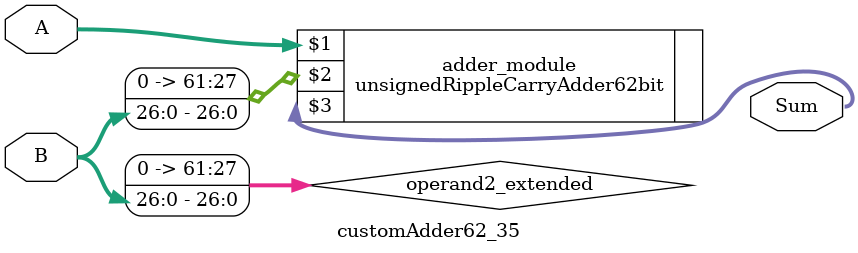
<source format=v>
module customAdder62_35(
                        input [61 : 0] A,
                        input [26 : 0] B,
                        
                        output [62 : 0] Sum
                );

        wire [61 : 0] operand2_extended;
        
        assign operand2_extended =  {35'b0, B};
        
        unsignedRippleCarryAdder62bit adder_module(
            A,
            operand2_extended,
            Sum
        );
        
        endmodule
        
</source>
